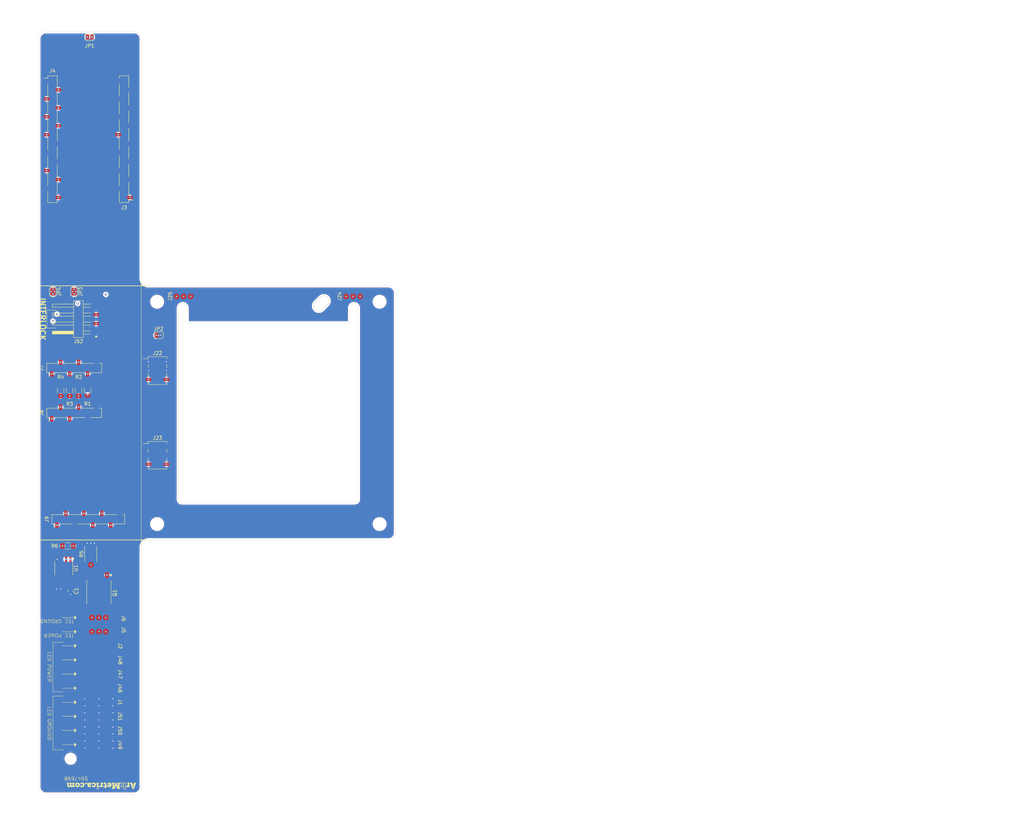
<source format=kicad_pcb>
(kicad_pcb (version 20241229) (generator "pcbnew") (generator_version "9.0")
  (layers (0 "F.Cu" power) (4 "In1.Cu" signal) (6 "In2.Cu" signal) (2 "B.Cu" power) (13 "F.Paste" user) (15 "B.Paste" user) (5 "F.SilkS" user "F.Silkscreen") (7 "B.SilkS" user "B.Silkscreen") (1 "F.Mask" user) (3 "B.Mask" user) (25 "Edge.Cuts" user))
  (net 0 "")
  (net 1 "/VGND")
  (net 2 "/VSS")
  (net 5 "/AREF")
  (net 7 "/DAC")
  (net 17 "/CIPO")
  (net 19 "/SCL3")
  (net 21 "/3V3")
  (net 22 "/VIN")
  (net 23 "/DUINO_GND")
  (net 24 "/COPI")
  (net 25 "/+5V")
  (net 26 "/SDA3")
  (net 27 "/~{RST}")
  (net 29 "/CK")
  (net 30 "/CS")
  (net 31 "/V_PSS")
  (net 32 "/V_PGND")
  (net 33 "/VD")
  (net 34 "/VC")
  (net 35 "/V_CGND")
  (net 37 "/VA")
  (net 38 "/VB")
  (net 39 "Net-(J52-Pin_2)")
  (net 40 "Net-(J8-Pin_3)")
  (net 41 "Net-(J8-Pin_4)")
  (net 48 "Net-(Q1-B)")
  (net 49 "Net-(Q1-E)")
  (net 50 "unconnected-(U1-Pad7)")
  (footprint "custom:TE_2834012-3_1x01_P4.0mm_Horizontal" (layer "F.Cu") (at -123.4 94 -90)
    (property "Reference" "J49" (at 0 -9.4 270) (layer "F.SilkS"))
    (property "Value" "Conn_01x01")
    (pad "1" smd roundrect (at 0 -7.7 270) (size 3.5 2) (layers "F.Cu" "F.Mask" "F.Paste") (net 1 "/VGND"))
    (pad "1" smd roundrect (at 0 -3.4 270) (size 3.5 10.6) (layers "F.Cu") (roundrect_rratio 0.1428571429) (net 1 "/VGND"))
    (pad "1" smd roundrect (at 0 0 270) (size 3.5 3.8) (layers "F.Cu" "F.Mask" "F.Paste") (roundrect_rratio 0.1428571429) (net 1 "/VGND"))
  )
  (footprint "Jumper:SolderJumper-2_P1.3mm_Open_RoundedPad1.0x1.5mm" (layer "F.Cu") (at -122.6 -106.5)
    (property "Reference" "JP1" (at 0 2.5 180) (layer "F.SilkS"))
    (property "Value" "SolderJumper_2_Open")
    (pad "1" smd custom (at -0.65 0) (size 1 0.5) (layers "F.Cu" "F.Mask") (net 21 "/3V3") (options (clearance outline) (anchor rect)) (primitives (gr_circle (center 0 0.25) (end 0.5 0.25) (width 0) (fill yes)) (gr_circle (center 0 -0.25) (end 0.5 -0.25) (width 0) (fill yes)) (gr_poly (pts (xy 0.5 0.75) (xy 0 0.75) (xy 0 -0.75) (xy 0.5 -0.75)) (width 0) (fill yes))))
    (pad "2" smd custom (at 0.65 0) (size 1 0.5) (layers "F.Cu" "F.Mask") (net 5 "/AREF") (options (clearance outline) (anchor rect)) (primitives (gr_circle (center 0 0.25) (end 0.5 0.25) (width 0) (fill yes)) (gr_circle (center 0 -0.25) (end 0.5 -0.25) (width 0) (fill yes)) (gr_poly (pts (xy 0 0.75) (xy -0.5 0.75) (xy -0.5 -0.75) (xy 0 -0.75)) (width 0) (fill yes))))
  )
  (footprint "Package_TO_SOT_SMD:TO-252-2" (layer "F.Cu") (at -120 51 -90)
    (property "Reference" "Q1" (at 0 -4.5 90) (layer "F.SilkS"))
    (property "Value" "Q_NPN_CBE")
    (pad "1" smd roundrect (at -5.04 -2.28 270) (size 2.2 1.2) (layers "F.Cu" "F.Mask" "F.Paste") (roundrect_rratio 0.208333) (net 48 "Net-(Q1-B)"))
    (pad "2" smd roundrect (at 1.26 0 270) (size 6.4 5.8) (layers "F.Cu" "F.Mask") (roundrect_rratio 0.043103) (net 32 "/V_PGND"))
    (pad "3" smd roundrect (at -5.04 2.28 270) (size 2.2 1.2) (layers "F.Cu" "F.Mask" "F.Paste") (roundrect_rratio 0.208333) (net 49 "Net-(Q1-E)"))
  )
  (footprint "Connector_PinHeader_2.54mm:PinHeader_2x03_P2.54mm_Vertical_SMD" (layer "F.Cu") (at -103.4 -12)
    (property "Reference" "J22" (at 0 -4.92 0) (layer "F.SilkS"))
    (property "Value" "Conn_02x03_Odd_Even")
    (pad "1" smd rect (at -2.525 -2.54) (size 3.15 1) (layers "F.Cu" "F.Mask" "F.Paste") (net 1 "/VGND"))
    (pad "2" smd rect (at 2.525 -2.54) (size 3.15 1) (layers "F.Cu" "F.Mask" "F.Paste") (net 1 "/VGND"))
    (pad "3" smd rect (at -2.525 0) (size 3.15 1) (layers "F.Cu" "F.Mask" "F.Paste") (net 1 "/VGND"))
    (pad "4" smd rect (at 2.525 0) (size 3.15 1) (layers "F.Cu" "F.Mask" "F.Paste") (net 1 "/VGND"))
    (pad "5" smd rect (at -2.525 2.54) (size 3.15 1) (layers "F.Cu" "F.Mask" "F.Paste") (net 37 "/VA"))
    (pad "6" smd rect (at 2.525 2.54) (size 3.15 1) (layers "F.Cu" "F.Mask" "F.Paste") (net 38 "/VB"))
  )
  (footprint "custom:MountingHole_3.50mm" (layer "F.Cu") (at -40.5 31.5)
    (property "Reference" "H8" (hide yes))
    (property "Value" "MountingHole" (hide yes))
    (pad "" np_thru_hole circle (at 0 0) (size 3.5 3.5) (drill 3.5) (layers "F&B.Cu" "*.Mask"))
  )
  (footprint "custom:site_small" (layer "F.Cu") (at -119.25 105.75 180)
    (property "Reference" "SYM1" (hide yes))
    (property "Value" "Logo_Open_Hardware_Small" (hide yes))
  )
  (footprint "Connector_PinSocket_2.54mm:PinSocket_1x14_P2.54mm_Vertical_SMD_Pin1Left" (layer "F.Cu") (at -112.87 -77.55 180)
    (property "Reference" "J3" (at 0 -19.38 0) (layer "F.SilkS"))
    (property "Value" "Conn_01x14")
    (pad "1" smd rect (at -1.65 -16.51 180) (size 1.9 1) (layers "F.Cu" "F.Mask" "F.Paste") (net 5 "/AREF"))
    (pad "2" smd rect (at 1.65 -13.97 180) (size 1.9 1) (layers "F.Cu" "F.Mask" "F.Paste"))
    (pad "3" smd rect (at -1.65 -11.43 180) (size 1.9 1) (layers "F.Cu" "F.Mask" "F.Paste"))
    (pad "4" smd rect (at 1.65 -8.89 180) (size 1.9 1) (layers "F.Cu" "F.Mask" "F.Paste"))
    (pad "5" smd rect (at -1.65 -6.35 180) (size 1.9 1) (layers "F.Cu" "F.Mask" "F.Paste"))
    (pad "6" smd rect (at 1.65 -3.81 180) (size 1.9 1) (layers "F.Cu" "F.Mask" "F.Paste"))
    (pad "7" smd rect (at -1.65 -1.27 180) (size 1.9 1) (layers "F.Cu" "F.Mask" "F.Paste"))
    (pad "8" smd rect (at 1.65 1.27 180) (size 1.9 1) (layers "F.Cu" "F.Mask" "F.Paste") (net 7 "/DAC"))
    (pad "9" smd rect (at -1.65 3.81 180) (size 1.9 1) (layers "F.Cu" "F.Mask" "F.Paste"))
    (pad "10" smd rect (at 1.65 6.35 180) (size 1.9 1) (layers "F.Cu" "F.Mask" "F.Paste"))
    (pad "11" smd rect (at -1.65 8.89 180) (size 1.9 1) (layers "F.Cu" "F.Mask" "F.Paste"))
    (pad "12" smd rect (at 1.65 11.43 180) (size 1.9 1) (layers "F.Cu" "F.Mask" "F.Paste"))
    (pad "13" smd rect (at -1.65 13.97 180) (size 1.9 1) (layers "F.Cu" "F.Mask" "F.Paste"))
    (pad "14" smd rect (at 1.65 16.51 180) (size 1.9 1) (layers "F.Cu" "F.Mask" "F.Paste"))
  )
  (footprint "Jumper:SolderJumper-2_P1.3mm_Bridged_RoundedPad1.0x1.5mm" (layer "F.Cu") (at -133 -34.35 -90)
    (property "Reference" "JP4" (at 0 -1.8 90) (layer "F.SilkS"))
    (property "Value" "SolderJumper_2_Bridged")
    (fp_poly (pts (xy 0.25 -0.3) (xy -0.25 -0.3) (xy -0.25 0.3) (xy 0.25 0.3)) (fill yes) (layer "F.Cu"))
    (pad "1" smd custom (at -0.65 0 270) (size 1 0.5) (layers "F.Cu" "F.Mask") (net 26 "/SDA3") (options (clearance outline) (anchor rect)) (primitives (gr_circle (center 0 0.25) (end 0.5 0.25) (width 0) (fill yes)) (gr_circle (center 0 -0.25) (end 0.5 -0.25) (width 0) (fill yes)) (gr_poly (pts (xy 0.5 0.75) (xy 0 0.75) (xy 0 -0.75) (xy 0.5 -0.75)) (width 0) (fill yes))))
    (pad "2" smd custom (at 0.65 0 270) (size 1 0.5) (layers "F.Cu" "F.Mask") (net 41 "Net-(J8-Pin_4)") (options (clearance outline) (anchor rect)) (primitives (gr_circle (center 0 0.25) (end 0.5 0.25) (width 0) (fill yes)) (gr_circle (center 0 -0.25) (end 0.5 -0.25) (width 0) (fill yes)) (gr_poly (pts (xy 0 0.75) (xy -0.5 0.75) (xy -0.5 -0.75) (xy 0 -0.75)) (width 0) (fill yes))))
  )
  (footprint "Connector_PinSocket_2.54mm:PinSocket_1x06_P2.54mm_Vertical_SMD_Pin1Left" (layer "F.Cu") (at -127 -12.7 90)
    (property "Reference" "J7" (at 0 -9.22 90) (layer "F.SilkS"))
    (property "Value" "Conn_01x06")
    (pad "1" smd rect (at -1.65 -6.35 90) (size 1.9 1) (layers "F.Cu" "F.Mask" "F.Paste") (net 35 "/V_CGND"))
    (pad "2" smd rect (at 1.65 -3.81 90) (size 1.9 1) (layers "F.Cu" "F.Mask" "F.Paste") (net 37 "/VA"))
    (pad "3" smd rect (at -1.65 -1.27 90) (size 1.9 1) (layers "F.Cu" "F.Mask" "F.Paste") (net 38 "/VB"))
    (pad "4" smd rect (at 1.65 1.27 90) (size 1.9 1) (layers "F.Cu" "F.Mask" "F.Paste") (net 34 "/VC"))
    (pad "5" smd rect (at -1.65 3.81 90) (size 1.9 1) (layers "F.Cu" "F.Mask" "F.Paste") (net 33 "/VD"))
    (pad "6" smd rect (at 1.65 6.35 90) (size 1.9 1) (layers "F.Cu" "F.Mask" "F.Paste"))
  )
  (footprint "Package_SO:SOIC-8_3.9x4.9mm_P1.27mm" (layer "F.Cu") (at -129.935 43.975 -90)
    (property "Reference" "U1" (at 0 -3.4 90) (layer "F.SilkS"))
    (property "Value" "OPA2994xD")
    (pad "1" smd roundrect (at -2.475 -1.905 270) (size 1.95 0.6) (layers "F.Cu" "F.Mask" "F.Paste") (net 48 "Net-(Q1-B)"))
    (pad "2" smd roundrect (at -2.475 -0.635 270) (size 1.95 0.6) (layers "F.Cu" "F.Mask" "F.Paste") (net 49 "Net-(Q1-E)"))
    (pad "3" smd roundrect (at -2.475 0.635 270) (size 1.95 0.6) (layers "F.Cu" "F.Mask" "F.Paste") (net 7 "/DAC"))
    (pad "4" smd roundrect (at -2.475 1.905 270) (size 1.95 0.6) (layers "F.Cu" "F.Mask" "F.Paste") (net 1 "/VGND"))
    (pad "5" smd roundrect (at 2.475 1.905 270) (size 1.95 0.6) (layers "F.Cu" "F.Mask" "F.Paste") (net 1 "/VGND"))
    (pad "6" smd roundrect (at 2.475 0.635 270) (size 1.95 0.6) (layers "F.Cu" "F.Mask" "F.Paste") (net 1 "/VGND"))
    (pad "7" smd roundrect (at 2.475 -0.635 270) (size 1.95 0.6) (layers "F.Cu" "F.Mask" "F.Paste") (net 50 "unconnected-(U1-Pad7)"))
    (pad "8" smd roundrect (at 2.475 -1.905 270) (size 1.95 0.6) (layers "F.Cu" "F.Mask" "F.Paste") (net 2 "/VSS"))
  )
  (footprint "Connector_PinSocket_2.54mm:PinSocket_1x08_P2.54mm_Vertical_SMD_Pin1Left" (layer "F.Cu") (at -122.98 30.15 90)
    (property "Reference" "J9" (at 0 -11.76 90) (layer "F.SilkS"))
    (property "Value" "Conn_01x08")
    (pad "1" smd rect (at -1.65 -8.89 90) (size 1.9 1) (layers "F.Cu" "F.Mask" "F.Paste") (net 25 "/+5V"))
    (pad "2" smd rect (at 1.65 -6.35 90) (size 1.9 1) (layers "F.Cu" "F.Mask" "F.Paste") (net 23 "/DUINO_GND"))
    (pad "3" smd rect (at -1.65 -3.81 90) (size 1.9 1) (layers "F.Cu" "F.Mask" "F.Paste"))
    (pad "4" smd rect (at 1.65 -1.27 90) (size 1.9 1) (layers "F.Cu" "F.Mask" "F.Paste") (net 29 "/CK"))
    (pad "5" smd rect (at -1.65 1.27 90) (size 1.9 1) (layers "F.Cu" "F.Mask" "F.Paste") (net 17 "/CIPO"))
    (pad "6" smd rect (at 1.65 3.81 90) (size 1.9 1) (layers "F.Cu" "F.Mask" "F.Paste") (net 24 "/COPI"))
    (pad "7" smd rect (at -1.65 6.35 90) (size 1.9 1) (layers "F.Cu" "F.Mask" "F.Paste") (net 30 "/CS"))
    (pad "8" smd rect (at 1.65 8.89 90) (size 1.9 1) (layers "F.Cu" "F.Mask" "F.Paste"))
  )
  (footprint "custom:TE_2834012-3_1x01_P4.0mm_Horizontal" (layer "F.Cu") (at -123.4 58 -90)
    (property "Reference" "J6" (at 0.25 -10.4 270) (layer "F.SilkS"))
    (property "Value" "Conn_01x01")
    (pad "1" smd roundrect (at 0 -7.7 270) (size 3.5 2) (layers "F.Cu" "F.Mask" "F.Paste") (net 32 "/V_PGND"))
    (pad "1" smd roundrect (at 0 -3.4 270) (size 3.5 10.6) (layers "F.Cu") (roundrect_rratio 0.1428571429) (net 32 "/V_PGND"))
    (pad "1" smd roundrect (at 0 0 270) (size 3.5 3.8) (layers "F.Cu" "F.Mask" "F.Paste") (roundrect_rratio 0.1428571429) (net 32 "/V_PGND"))
  )
  (footprint "Capacitor_SMD:C_0805_2012Metric_Pad1.18x1.45mm_HandSolder" (layer "F.Cu") (at -128.03 50.45 -90)
    (property "Reference" "C1" (at 0 -1.68 90) (layer "F.SilkS"))
    (property "Value" "C")
    (pad "1" smd roundrect (at -1.0375 0 270) (size 1.175 1.45) (layers "F.Cu" "F.Mask" "F.Paste") (roundrect_rratio 0.212766) (net 2 "/VSS"))
    (pad "2" smd roundrect (at 1.0375 0 270) (size 1.175 1.45) (layers "F.Cu" "F.Mask" "F.Paste") (roundrect_rratio 0.212766) (net 1 "/VGND"))
  )
  (footprint "custom:MountingHole_3.50mm" (layer "F.Cu") (at -40.5 -31.5)
    (property "Reference" "H5" (hide yes))
    (property "Value" "MountingHole" (hide yes))
    (pad "" np_thru_hole circle (at 0 0) (size 3.5 3.5) (drill 3.5) (layers "F&B.Cu" "*.Mask"))
  )
  (footprint "custom:TE_2834012-3_1x01_P4.0mm_Horizontal" (layer "F.Cu") (at -123.4 86 -90)
    (property "Reference" "J51" (at 0 -9.4 270) (layer "F.SilkS"))
    (property "Value" "Conn_01x01")
    (pad "1" smd roundrect (at 0 -7.7 270) (size 3.5 2) (layers "F.Cu" "F.Mask" "F.Paste") (net 1 "/VGND"))
    (pad "1" smd roundrect (at 0 -3.4 270) (size 3.5 10.6) (layers "F.Cu") (roundrect_rratio 0.1428571429) (net 1 "/VGND"))
    (pad "1" smd roundrect (at 0 0 270) (size 3.5 3.8) (layers "F.Cu" "F.Mask" "F.Paste") (roundrect_rratio 0.1428571429) (net 1 "/VGND"))
  )
  (footprint "Connector_Wire:SolderWirePad_1x01_SMD_3x6mm" (layer "F.Cu") (at -96 -33 90)
    (property "Reference" "J25" (at 0 -3.8 90) (layer "F.SilkS"))
    (property "Value" "Conn_01x01")
    (pad "1" smd roundrect (at 0 0 90) (size 3 6) (layers "F.Cu" "F.Mask") (net 31 "/V_PSS"))
  )
  (footprint "Jumper:SolderJumper-2_P1.3mm_Bridged_RoundedPad1.0x1.5mm" (layer "F.Cu") (at -127 -34.35 -90)
    (property "Reference" "JP3" (at 0 -1.8 90) (layer "F.SilkS"))
    (property "Value" "SolderJumper_2_Bridged")
    (fp_poly (pts (xy 0.25 -0.3) (xy -0.25 -0.3) (xy -0.25 0.3) (xy 0.25 0.3)) (fill yes) (layer "F.Cu"))
    (pad "1" smd custom (at -0.65 0 270) (size 1 0.5) (layers "F.Cu" "F.Mask") (net 19 "/SCL3") (options (clearance outline) (anchor rect)) (primitives (gr_circle (center 0 0.25) (end 0.5 0.25) (width 0) (fill yes)) (gr_circle (center 0 -0.25) (end 0.5 -0.25) (width 0) (fill yes)) (gr_poly (pts (xy 0.5 0.75) (xy 0 0.75) (xy 0 -0.75) (xy 0.5 -0.75)) (width 0) (fill yes))))
    (pad "2" smd custom (at 0.65 0 270) (size 1 0.5) (layers "F.Cu" "F.Mask") (net 40 "Net-(J8-Pin_3)") (options (clearance outline) (anchor rect)) (primitives (gr_circle (center 0 0.25) (end 0.5 0.25) (width 0) (fill yes)) (gr_circle (center 0 -0.25) (end 0.5 -0.25) (width 0) (fill yes)) (gr_poly (pts (xy 0 0.75) (xy -0.5 0.75) (xy -0.5 -0.75) (xy 0 -0.75)) (width 0) (fill yes))))
  )
  (footprint "custom:TE_2834012-3_1x01_P4.0mm_Horizontal" (layer "F.Cu") (at -123.4 74 -90)
    (property "Reference" "J47" (at 0 -9.4 270) (layer "F.SilkS"))
    (property "Value" "Conn_01x01")
    (pad "1" smd roundrect (at 0 -7.7 270) (size 3.5 2) (layers "F.Cu" "F.Mask" "F.Paste") (net 2 "/VSS"))
    (pad "1" smd roundrect (at 0 -3.4 270) (size 3.5 10.6) (layers "F.Cu") (roundrect_rratio 0.1428571429) (net 2 "/VSS"))
    (pad "1" smd roundrect (at 0 0 270) (size 3.5 3.8) (layers "F.Cu" "F.Mask" "F.Paste") (roundrect_rratio 0.1428571429) (net 2 "/VSS"))
  )
  (footprint "Connector_Wire:SolderWirePad_1x01_SMD_3x6mm" (layer "F.Cu") (at -48 -33 90)
    (property "Reference" "J24" (at 0 -3.8 90) (layer "F.SilkS"))
    (property "Value" "Conn_01x01")
    (pad "1" smd roundrect (at 0 0 90) (size 3 6) (layers "F.Cu" "F.Mask") (net 32 "/V_PGND"))
  )
  (footprint "Connector_PinSocket_2.54mm:PinSocket_1x14_P2.54mm_Vertical_SMD_Pin1Left" (layer "F.Cu") (at -133.13 -77.55)
    (property "Reference" "J4" (at 0 -19.38 0) (layer "F.SilkS"))
    (property "Value" "Conn_01x14")
    (pad "1" smd rect (at -1.65 -16.51) (size 1.9 1) (layers "F.Cu" "F.Mask" "F.Paste"))
    (pad "2" smd rect (at 1.65 -13.97) (size 1.9 1) (layers "F.Cu" "F.Mask" "F.Paste") (net 30 "/CS"))
    (pad "3" smd rect (at -1.65 -11.43) (size 1.9 1) (layers "F.Cu" "F.Mask" "F.Paste") (net 24 "/COPI"))
    (pad "4" smd rect (at 1.65 -8.89) (size 1.9 1) (layers "F.Cu" "F.Mask" "F.Paste") (net 29 "/CK"))
    (pad "5" smd rect (at -1.65 -6.35) (size 1.9 1) (layers "F.Cu" "F.Mask" "F.Paste") (net 17 "/CIPO"))
    (pad "6" smd rect (at 1.65 -3.81) (size 1.9 1) (layers "F.Cu" "F.Mask" "F.Paste") (net 26 "/SDA3"))
    (pad "7" smd rect (at -1.65 -1.27) (size 1.9 1) (layers "F.Cu" "F.Mask" "F.Paste") (net 19 "/SCL3"))
    (pad "8" smd rect (at 1.65 1.27) (size 1.9 1) (layers "F.Cu" "F.Mask" "F.Paste"))
    (pad "9" smd rect (at -1.65 3.81) (size 1.9 1) (layers "F.Cu" "F.Mask" "F.Paste"))
    (pad "10" smd rect (at 1.65 6.35) (size 1.9 1) (layers "F.Cu" "F.Mask" "F.Paste") (net 27 "/~{RST}"))
    (pad "11" smd rect (at -1.65 8.89) (size 1.9 1) (layers "F.Cu" "F.Mask" "F.Paste") (net 23 "/DUINO_GND"))
    (pad "12" smd rect (at 1.65 11.43) (size 1.9 1) (layers "F.Cu" "F.Mask" "F.Paste") (net 21 "/3V3"))
    (pad "13" smd rect (at -1.65 13.97) (size 1.9 1) (layers "F.Cu" "F.Mask" "F.Paste") (net 22 "/VIN"))
    (pad "14" smd rect (at 1.65 16.51) (size 1.9 1) (layers "F.Cu" "F.Mask" "F.Paste") (net 25 "/+5V"))
  )
  (footprint "custom:TE_2834012-3_1x01_P4.0mm_Horizontal" (layer "F.Cu") (at -123.4 66 -90)
    (property "Reference" "J2" (at 0 -9.4 270) (layer "F.SilkS"))
    (property "Value" "Conn_01x01")
    (pad "1" smd roundrect (at 0 -7.7 270) (size 3.5 2) (layers "F.Cu" "F.Mask" "F.Paste") (net 2 "/VSS"))
    (pad "1" smd roundrect (at 0 -3.4 270) (size 3.5 10.6) (layers "F.Cu") (roundrect_rratio 0.1428571429) (net 2 "/VSS"))
    (pad "1" smd roundrect (at 0 0 270) (size 3.5 3.8) (layers "F.Cu" "F.Mask" "F.Paste") (roundrect_rratio 0.1428571429) (net 2 "/VSS"))
  )
  (footprint "Jumper:SolderJumper-2_P1.3mm_Bridged2Bar_RoundedPad1.0x1.5mm" (layer "F.Cu") (at -103.1 -22)
    (property "Reference" "JP2" (at 0 -1.8 0) (layer "F.SilkS"))
    (property "Value" "SolderJumper_2_Bridged")
    (fp_poly (pts (xy -0.25 -0.6) (xy 0.25 -0.6) (xy 0.25 -0.2) (xy -0.25 -0.2)) (fill yes) (layer "F.Cu"))
    (fp_poly (pts (xy -0.25 0.2) (xy 0.25 0.2) (xy 0.25 0.6) (xy -0.25 0.6)) (fill yes) (layer "F.Cu"))
    (pad "1" smd custom (at -0.65 0) (size 1 0.5) (layers "F.Cu" "F.Mask") (net 35 "/V_CGND") (options (clearance outline) (anchor rect)) (primitives (gr_circle (center 0 0.25) (end 0.5 0.25) (width 0) (fill yes)) (gr_circle (center 0 -0.25) (end 0.5 -0.25) (width 0) (fill yes)) (gr_poly (pts (xy 0.5 0.75) (xy 0 0.75) (xy 0 -0.75) (xy 0.5 -0.75)) (width 0) (fill yes))))
    (pad "2" smd custom (at 0.65 0) (size 1 0.5) (layers "F.Cu" "F.Mask") (net 1 "/VGND") (options (clearance outline) (anchor rect)) (primitives (gr_circle (center 0 0.25) (end 0.5 0.25) (width 0) (fill yes)) (gr_circle (center 0 -0.25) (end 0.5 -0.25) (width 0) (fill yes)) (gr_poly (pts (xy 0 0.75) (xy -0.5 0.75) (xy -0.5 -0.75) (xy 0 -0.75)) (width 0) (fill yes))))
  )
  (footprint "custom:TE_2834012-3_1x01_P4.0mm_Horizontal" (layer "F.Cu") (at -123.4 90 -90)
    (property "Reference" "J50" (at 0 -9.4 270) (layer "F.SilkS"))
    (property "Value" "Conn_01x01")
    (pad "1" smd roundrect (at 0 -7.7 270) (size 3.5 2) (layers "F.Cu" "F.Mask" "F.Paste") (net 1 "/VGND"))
    (pad "1" smd roundrect (at 0 -3.4 270) (size 3.5 10.6) (layers "F.Cu") (roundrect_rratio 0.1428571429) (net 1 "/VGND"))
    (pad "1" smd roundrect (at 0 0 270) (size 3.5 3.8) (layers "F.Cu" "F.Mask" "F.Paste") (roundrect_rratio 0.1428571429) (net 1 "/VGND"))
  )
  (footprint "custom:MountingHole_3.50mm" (layer "F.Cu") (at -103.5 31.5)
    (property "Reference" "H6" (hide yes))
    (property "Value" "MountingHole" (hide yes))
    (pad "" np_thru_hole circle (at 0 0) (size 3.5 3.5) (drill 3.5) (layers "F&B.Cu" "*.Mask"))
  )
  (footprint "Connector_PinSocket_2.54mm:PinSocket_1x06_P2.54mm_Vertical_SMD_Pin1Left" (layer "F.Cu") (at -127 0 90)
    (property "Reference" "J8" (at 0 -9.22 90) (layer "F.SilkS"))
    (property "Value" "Conn_01x06")
    (pad "1" smd rect (at -1.65 -6.35 90) (size 1.9 1) (layers "F.Cu" "F.Mask" "F.Paste") (net 39 "Net-(J52-Pin_2)"))
    (pad "2" smd rect (at 1.65 -3.81 90) (size 1.9 1) (layers "F.Cu" "F.Mask" "F.Paste") (net 23 "/DUINO_GND"))
    (pad "3" smd rect (at -1.65 -1.27 90) (size 1.9 1) (layers "F.Cu" "F.Mask" "F.Paste") (net 40 "Net-(J8-Pin_3)"))
    (pad "4" smd rect (at 1.65 1.27 90) (size 1.9 1) (layers "F.Cu" "F.Mask" "F.Paste") (net 41 "Net-(J8-Pin_4)"))
    (pad "5" smd rect (at -1.65 3.81 90) (size 1.9 1) (layers "F.Cu" "F.Mask" "F.Paste"))
    (pad "6" smd rect (at 1.65 6.35 90) (size 1.9 1) (layers "F.Cu" "F.Mask" "F.Paste"))
  )
  (footprint "custom:MountingHole_3.50mm" (layer "F.Cu") (at -103.5 -31.5)
    (property "Reference" "H7" (hide yes))
    (property "Value" "MountingHole" (hide yes))
    (pad "" np_thru_hole circle (at 0 0) (size 3.5 3.5) (drill 3.5) (layers "F&B.Cu" "*.Mask"))
  )
  (footprint "custom:TE_2834012-3_1x01_P4.0mm_Horizontal" (layer "F.Cu") (at -123.4 62 -90)
    (property "Reference" "J5" (at -0.5 -10.4 270) (layer "F.SilkS"))
    (property "Value" "Conn_01x01")
    (pad "1" smd roundrect (at 0 -7.7 270) (size 3.5 2) (layers "F.Cu" "F.Mask" "F.Paste") (net 31 "/V_PSS"))
    (pad "1" smd roundrect (at 0 -3.4 270) (size 3.5 10.6) (layers "F.Cu") (roundrect_rratio 0.1428571429) (net 31 "/V_PSS"))
    (pad "1" smd roundrect (at 0 0 270) (size 3.5 3.8) (layers "F.Cu" "F.Mask" "F.Paste") (roundrect_rratio 0.1428571429) (net 31 "/V_PSS"))
  )
  (footprint "Connector_PinHeader_2.54mm:PinHeader_2x03_P2.54mm_Vertical_SMD" (layer "F.Cu") (at -103.4 12)
    (property "Reference" "J23" (at 0 -4.92 0) (layer "F.SilkS"))
    (property "Value" "Conn_02x03_Odd_Even")
    (pad "1" smd rect (at -2.525 -2.54) (size 3.15 1) (layers "F.Cu" "F.Mask" "F.Paste") (net 2 "/VSS"))
    (pad "2" smd rect (at 2.525 -2.54) (size 3.15 1) (layers "F.Cu" "F.Mask" "F.Paste") (net 2 "/VSS"))
    (pad "3" smd rect (at -2.525 0) (size 3.15 1) (layers "F.Cu" "F.Mask" "F.Paste") (net 2 "/VSS"))
    (pad "4" smd rect (at 2.525 0) (size 3.15 1) (layers "F.Cu" "F.Mask" "F.Paste") (net 2 "/VSS"))
    (pad "5" smd rect (at -2.525 2.54) (size 3.15 1) (layers "F.Cu" "F.Mask" "F.Paste") (net 34 "/VC"))
    (pad "6" smd rect (at 2.525 2.54) (size 3.15 1) (layers "F.Cu" "F.Mask" "F.Paste") (net 33 "/VD"))
  )
  (footprint "custom:TE_2834012-3_1x01_P4.0mm_Horizontal" (layer "F.Cu") (at -123.4 70 -90)
    (property "Reference" "J48" (at 0 -9.4 270) (layer "F.SilkS"))
    (property "Value" "Conn_01x01")
    (pad "1" smd roundrect (at 0 -7.7 270) (size 3.5 2) (layers "F.Cu" "F.Mask" "F.Paste") (net 2 "/VSS"))
    (pad "1" smd roundrect (at 0 -3.4 270) (size 3.5 10.6) (layers "F.Cu") (roundrect_rratio 0.1428571429) (net 2 "/VSS"))
    (pad "1" smd roundrect (at 0 0 270) (size 3.5 3.8) (layers "F.Cu" "F.Mask" "F.Paste") (roundrect_rratio 0.1428571429) (net 2 "/VSS"))
  )
  (footprint "Resistor_SMD:R_1206_3216Metric_Pad1.30x1.75mm_HandSolder" (layer "F.Cu") (at -128.27 -6.35 -90)
    (property "Reference" "R3" (at 3.81 0 180) (layer "F.SilkS"))
    (property "Value" "4k7")
    (pad "1" smd roundrect (at -1.55 0 270) (size 1.3 1.75) (layers "F.Cu" "F.Mask" "F.Paste") (roundrect_rratio 0.192308) (net 35 "/V_CGND"))
    (pad "2" smd roundrect (at 1.55 0 270) (size 1.3 1.75) (layers "F.Cu" "F.Mask" "F.Paste") (roundrect_rratio 0.192308) (net 38 "/VB"))
  )
  (footprint "custom:TE_2834012-3_1x01_P4.0mm_Horizontal" (layer "F.Cu") (at -123.4 78 -90)
    (property "Reference" "J46" (at 0 -9.4 270) (layer "F.SilkS"))
    (property "Value" "Conn_01x01")
    (pad "1" smd roundrect (at 0 -7.7 270) (size 3.5 2) (layers "F.Cu" "F.Mask" "F.Paste") (net 2 "/VSS"))
    (pad "1" smd roundrect (at 0 -3.4 270) (size 3.5 10.6) (layers "F.Cu") (roundrect_rratio 0.1428571429) (net 2 "/VSS"))
    (pad "1" smd roundrect (at 0 0 270) (size 3.5 3.8) (layers "F.Cu" "F.Mask" "F.Paste") (roundrect_rratio 0.1428571429) (net 2 "/VSS"))
  )
  (footprint "Resistor_SMD:R_1206_3216Metric_Pad1.30x1.75mm_HandSolder" (layer "F.Cu") (at -130.81 -6.35 -90)
    (property "Reference" "R4" (at -3.81 0 180) (layer "F.SilkS"))
    (property "Value" "4k7")
    (pad "1" smd roundrect (at -1.55 0 270) (size 1.3 1.75) (layers "F.Cu" "F.Mask" "F.Paste") (roundrect_rratio 0.192308) (net 35 "/V_CGND"))
    (pad "2" smd roundrect (at 1.55 0 270) (size 1.3 1.75) (layers "F.Cu" "F.Mask" "F.Paste") (roundrect_rratio 0.192308) (net 37 "/VA"))
  )
  (footprint "Connector_Harwin:Harwin_M20-89004xx_1x04_P2.54mm_Horizontal" (layer "F.Cu") (at -126.28 -26.57 180)
    (property "Reference" "J52" (at -0.48 -6.28 0) (layer "F.SilkS"))
    (property "Value" "Conn_01x04")
    (pad "1" smd roundrect (at -5.525 -3.81 180) (size 2.5 1) (layers "F.Cu" "F.Mask" "F.Paste"))
    (pad "2" smd roundrect (at -5.525 -1.27 180) (size 2.5 1) (layers "F.Cu" "F.Mask" "F.Paste") (net 39 "Net-(J52-Pin_2)"))
    (pad "3" smd roundrect (at -5.525 1.27 180) (size 2.5 1) (layers "F.Cu" "F.Mask" "F.Paste") (net 25 "/+5V"))
    (pad "4" smd roundrect (at -5.525 3.81 180) (size 2.5 1) (layers "F.Cu" "F.Mask" "F.Paste"))
  )
  (footprint "Resistor_SMD:R_2512_6332Metric_Pad1.40x3.35mm_HandSolder" (layer "F.Cu") (at -122.28 40 90)
    (property "Reference" "R5" (at 0 -2.63 90) (layer "F.SilkS"))
    (property "Value" "1R")
    (pad "1" smd roundrect (at -3.05 0 90) (size 1.4 3.35) (layers "F.Cu" "F.Mask" "F.Paste") (roundrect_rratio 0.178571) (net 49 "Net-(Q1-E)"))
    (pad "2" smd roundrect (at 3.05 0 90) (size 1.4 3.35) (layers "F.Cu" "F.Mask" "F.Paste") (roundrect_rratio 0.178571) (net 1 "/VGND"))
  )
  (footprint "custom:MountingHole_3.0mm" (layer "F.Cu") (at -128 98)
    (property "Reference" "H37" (hide yes))
    (property "Value" "MountingHole" (hide yes))
    (pad "" np_thru_hole circle (at 0 0) (size 3 3) (drill 3) (layers "F&B.Cu" "*.Mask"))
  )
  (footprint "Resistor_SMD:R_1206_3216Metric_Pad1.30x1.75mm_HandSolder" (layer "F.Cu") (at -128.78 37.7)
    (property "Reference" "R6" (at -3.75 0 0) (layer "F.SilkS"))
    (property "Value" "4k7")
    (pad "1" smd roundrect (at -1.55 0) (size 1.3 1.75) (layers "F.Cu" "F.Mask" "F.Paste") (roundrect_rratio 0.192308) (net 7 "/DAC"))
    (pad "2" smd roundrect (at 1.55 0) (size 1.3 1.75) (layers "F.Cu" "F.Mask" "F.Paste") (roundrect_rratio 0.192308) (net 23 "/DUINO_GND"))
  )
  (footprint "custom:TE_2834012-3_1x01_P4.0mm_Horizontal" (layer "F.Cu") (at -123.4 82 -90)
    (property "Reference" "J1" (at 0 -9.4 270) (layer "F.SilkS"))
    (property "Value" "Conn_01x01")
    (pad "1" smd roundrect (at 0 -7.7 270) (size 3.5 2) (layers "F.Cu" "F.Mask" "F.Paste") (net 1 "/VGND"))
    (pad "1" smd roundrect (at 0 -3.4 270) (size 3.5 10.6) (layers "F.Cu") (roundrect_rratio 0.1428571429) (net 1 "/VGND"))
    (pad "1" smd roundrect (at 0 0 270) (size 3.5 3.8) (layers "F.Cu" "F.Mask" "F.Paste") (roundrect_rratio 0.1428571429) (net 1 "/VGND"))
  )
  (footprint "Resistor_SMD:R_1206_3216Metric_Pad1.30x1.75mm_HandSolder" (layer "F.Cu") (at -125.73 -6.35 -90)
    (property "Reference" "R2" (at -3.81 0 180) (layer "F.SilkS"))
    (property "Value" "4k7")
    (pad "1" smd roundrect (at -1.55 0 270) (size 1.3 1.75) (layers "F.Cu" "F.Mask" "F.Paste") (roundrect_rratio 0.192308) (net 35 "/V_CGND"))
    (pad "2" smd roundrect (at 1.55 0 270) (size 1.3 1.75) (layers "F.Cu" "F.Mask" "F.Paste") (roundrect_rratio 0.192308) (net 34 "/VC"))
  )
  (footprint "Resistor_SMD:R_1206_3216Metric_Pad1.30x1.75mm_HandSolder" (layer "F.Cu") (at -123.19 -6.35 -90)
    (property "Reference" "R1" (at 3.81 0 180) (layer "F.SilkS"))
    (property "Value" "4k7")
    (pad "1" smd roundrect (at -1.55 0 270) (size 1.3 1.75) (layers "F.Cu" "F.Mask" "F.Paste") (roundrect_rratio 0.192308) (net 35 "/V_CGND"))
    (pad "2" smd roundrect (at 1.55 0 270) (size 1.3 1.75) (layers "F.Cu" "F.Mask" "F.Paste") (roundrect_rratio 0.192308) (net 33 "/VD"))
  )
  (gr_line (start -133 79) (end -133 65) (stroke (width 0.1)) (layer "F.SilkS"))
  (gr_line (start -108 37.999999) (end -108 -38) (stroke (width 0.1)) (layer "F.SilkS"))
  (gr_line (start -130 65) (end -133 65) (stroke (width 0.1)) (layer "F.SilkS"))
  (gr_line (start -130 80.25) (end -133 80.25) (stroke (width 0.1)) (layer "F.SilkS"))
  (gr_line (start -106 36) (end -137 36) (stroke (width 0.2)) (layer "F.SilkS"))
  (gr_line (start -134.72 -24.02) (end -134.72 -29.1) (stroke (width 0.1)) (layer "F.SilkS"))
  (gr_line (start -133 80.25) (end -133 95.5) (stroke (width 0.1)) (layer "F.SilkS"))
  (gr_line (start -134.72 -29.1) (end -132.18 -29.1) (stroke (width 0.1)) (layer "F.SilkS"))
  (gr_line (start -130 79) (end -133 79) (stroke (width 0.1)) (layer "F.SilkS"))
  (gr_line (start -106 -36) (end -137 -36) (stroke (width 0.2)) (layer "F.SilkS"))
  (gr_line (start -132.18 -24.02) (end -134.72 -24.02) (stroke (width 0.1)) (layer "F.SilkS"))
  (gr_line (start -133 95.5) (end -130 95.5) (stroke (width 0.1)) (layer "F.SilkS"))
  (gr_arc (start -97.5 -29.692413) (mid -96.25 -30.942413) (end -95 -29.692413) (stroke (width 0.05)) (layer "Edge.Cuts"))
  (gr_line (start -137 -106) (end -137 106) (stroke (width 0.05)) (layer "Edge.Cuts"))
  (gr_line (start -38 35.999999) (end -106 36) (stroke (width 0.05)) (layer "Edge.Cuts"))
  (gr_arc (start -49 -29.692413) (mid -47.75 -30.942413) (end -46.5 -29.692413) (stroke (width 0.05)) (layer "Edge.Cuts"))
  (gr_arc (start -36 34) (mid -36.585786 35.414214) (end -38 36) (stroke (width 0.05)) (layer "Edge.Cuts"))
  (gr_arc (start -57.353553 -32.767767) (mid -55.232233 -32.767767) (end -55.232233 -30.646447) (stroke (width 0.1)) (layer "Edge.Cuts"))
  (gr_arc (start -96.5 25.5) (mid -97.207107 25.207107) (end -97.5 24.5) (stroke (width 0.05)) (layer "Edge.Cuts"))
  (gr_line (start -57.353553 -32.767767) (end -58.767767 -31.353553) (stroke (width 0.1)) (layer "Edge.Cuts"))
  (gr_arc (start -110 -108) (mid -108.585786 -107.414214) (end -108 -106) (stroke (width 0.05)) (layer "Edge.Cuts"))
  (gr_line (start -36 34) (end -36 -34) (stroke (width 0.05)) (layer "Edge.Cuts"))
  (gr_line (start -97.5 -29.692413) (end -97.5 24.5) (stroke (width 0.05)) (layer "Edge.Cuts"))
  (gr_line (start -46.5 24.5) (end -46.5 -29.692413) (stroke (width 0.05)) (layer "Edge.Cuts"))
  (gr_line (start -135 108) (end -110 108) (stroke (width 0.05)) (layer "Edge.Cuts"))
  (gr_arc (start -108 38) (mid -107.414214 36.585786) (end -106 36) (stroke (width 0.05)) (layer "Edge.Cuts"))
  (gr_arc (start -56.646447 -29.232233) (mid -58.767767 -29.232233) (end -58.767767 -31.353553) (stroke (width 0.1)) (layer "Edge.Cuts"))
  (gr_arc (start -108 106) (mid -108.585786 107.414214) (end -110 108) (stroke (width 0.05)) (layer "Edge.Cuts"))
  (gr_line (start -49 -25.5) (end -95 -25.5) (stroke (width 0.05)) (layer "Edge.Cuts"))
  (gr_line (start -96.5 25.5) (end -47.5 25.5) (stroke (width 0.05)) (layer "Edge.Cuts"))
  (gr_line (start -95 -25.5) (end -95 -29.692413) (stroke (width 0.05)) (layer "Edge.Cuts"))
  (gr_line (start -56.646447 -29.232233) (end -55.232233 -30.646447) (stroke (width 0.1)) (layer "Edge.Cuts"))
  (gr_line (start -49 -29.692413) (end -49 -25.5) (stroke (width 0.05)) (layer "Edge.Cuts"))
  (gr_line (start -38 -36) (end -106 -36) (stroke (width 0.05)) (layer "Edge.Cuts"))
  (gr_arc (start -106 -36) (mid -107.414214 -36.585786) (end -108 -38) (stroke (width 0.05)) (layer "Edge.Cuts"))
  (gr_line (start -108 38) (end -108 106) (stroke (width 0.05)) (layer "Edge.Cuts"))
  (gr_arc (start -38 -36) (mid -36.585786 -35.414214) (end -36 -34) (stroke (width 0.05)) (layer "Edge.Cuts"))
  (gr_line (start -108 -38) (end -108 -106) (stroke (width 0.05)) (layer "Edge.Cuts"))
  (gr_arc (start -135 108) (mid -136.414214 107.414214) (end -137 106) (stroke (width 0.05)) (layer "Edge.Cuts"))
  (gr_line (start -110 -108) (end -135 -108) (stroke (width 0.05)) (layer "Edge.Cuts"))
  (gr_arc (start -137 -106) (mid -136.414214 -107.414214) (end -135 -108) (stroke (width 0.05)) (layer "Edge.Cuts"))
  (gr_arc (start -46.5 24.5) (mid -46.792893 25.207107) (end -47.5 25.5) (stroke (width 0.05)) (layer "Edge.Cuts"))
  (gr_text "LED POWER" (at -134 72 270) (layer "F.SilkS") (effects (font (size 1 1) (thickness 0.1))))
  (gr_text "LED GROUND" (at -134 88 270) (layer "F.SilkS") (effects (font (size 1 1) (thickness 0.1))))
  (gr_text "TEC POWER" (at -127 63 180) (layer "F.SilkS") (effects (font (size 1 1) (thickness 0.1)) (justify left)))
  (gr_text "5547698" (at -123.04753 103 180) (layer "F.SilkS") (effects (font (size 1 1) (thickness 0.1)) (justify left bottom)))
  (gr_text "TEC GROUND" (at -127 59 180) (layer "F.SilkS") (effects (font (size 1 1) (thickness 0.1)) (justify left)))
  (gr_text "INTERLOCK" (at -135.925 -26.57 270) (layer "F.SilkS") (effects (font (size 1.5 1.5) (thickness 0.3) (bold yes))))
  (segment (start -131.84 49.76) (end -132.03 49.95) (width 0.5) (layer "F.Cu") (net 1))
  (segment (start -130.57 49.74) (end -130.78 49.95) (width 0.5) (layer "F.Cu") (net 1))
  (segment (start -131.84 46.45) (end -131.84 49.76) (width 0.5) (layer "F.Cu") (net 1))
  (segment (start -130.57 46.45) (end -130.57 49.74) (width 0.5) (layer "F.Cu") (net 1))
  (via (at -120 87) (size 0.6) (drill 0.3) (layers "F.Cu" "B.Cu") (net 1))
  (via (at -116 91) (size 0.6) (drill 0.3) (layers "F.Cu" "B.Cu") (net 1))
  (via (at -120 85) (size 0.6) (drill 0.3) (layers "F.Cu" "B.Cu") (net 1))
  (via (at -116 93) (size 0.6) (drill 0.3) (layers "F.Cu" "B.Cu") (net 1))
  (via (at -124 91) (size 0.6) (drill 0.3) (layers "F.Cu" "B.Cu") (net 1))
  (via (at -120 83) (size 0.6) (drill 0.3) (layers "F.Cu" "B.Cu") (net 1))
  (via (at -105.925 -14.54) (size 0.6) (drill 0.3) (layers "F.Cu" "B.Cu") (net 1))
  (via (at -100.875 -12) (size 0.6) (drill 0.3) (layers "F.Cu" "B.Cu") (net 1))
  (via (at -120 91) (size 0.6) (drill 0.3) (layers "F.Cu" "B.Cu") (net 1))
  (via (at -124 89) (size 0.6) (drill 0.3) (layers "F.Cu" "B.Cu") (net 1))
  (via (at -132.03 49.95) (size 0.6) (drill 0.3) (layers "F.Cu" "B.Cu") (net 1))
  (via (at -120 81) (size 0.6) (drill 0.3) (layers "F.Cu" "B.Cu") (net 1))
  (via (at -116 85) (size 0.6) (drill 0.3) (layers "F.Cu" "B.Cu") (net 1))
  (via (at -124 81) (size 0.6) (drill 0.3) (layers "F.Cu" "B.Cu") (net 1))
  (via (at -116 87) (size 0.6) (drill 0.3) (layers "F.Cu" "B.Cu") (net 1))
  (via (at -120 89) (size 0.6) (drill 0.3) (layers "F.Cu" "B.Cu") (net 1))
  (via (at -124 85) (size 0.6) (drill 0.3) (layers "F.Cu" "B.Cu") (net 1))
  (via (at -128.03 51.4875) (size 0.6) (drill 0.3) (layers "F.Cu" "B.Cu") (net 1))
  (via (at -124 83) (size 0.6) (drill 0.3) (layers "F.Cu" "B.Cu") (net 1))
  (via (at -100.875 -14.54) (size 0.6) (drill 0.3) (layers "F.Cu" "B.Cu") (net 1))
  (via (at -116 89) (size 0.6) (drill 0.3) (layers "F.Cu" "B.Cu") (net 1))
  (via (at -124 93) (size 0.6) (drill 0.3) (layers "F.Cu" "B.Cu") (net 1))
  (via (at -120 93) (size 0.6) (drill 0.3) (layers "F.Cu" "B.Cu") (net 1))
  (via (at -116 83) (size 0.6) (drill 0.3) (layers "F.Cu" "B.Cu") (net 1))
  (via (at -130.78 49.95) (size 0.6) (drill 0.3) (layers "F.Cu" "B.Cu") (net 1))
  (via (at -124 87) (size 0.6) (drill 0.3) (layers "F.Cu" "B.Cu") (net 1))
  (via (at -131.84 41.5) (size 0.6) (drill 0.3) (layers "F.Cu" "B.Cu") (net 1))
  (via (at -122.28 36.95) (size 0.6) (drill 0.3) (layers "F.Cu" "B.Cu") (net 1))
  (via (at -102.45 -22) (size 0.6) (drill 0.3) (layers "F.Cu" "B.Cu") (net 1))
  (via (at -116 81) (size 0.6) (drill 0.3) (layers "F.Cu" "B.Cu") (net 1))
  (via (at -121.28 36.95) (size 0.6) (drill 0.3) (layers "F.Cu" "B.Cu") (net 1))
  (via (at -116 95) (size 0.6) (drill 0.3) (layers "F.Cu" "B.Cu") (net 1))
  (via (at -123.28 36.95) (size 0.6) (drill 0.3) (layers "F.Cu" "B.Cu") (net 1))
  (via (at -120 95) (size 0.6) (drill 0.3) (layers "F.Cu" "B.Cu") (net 1))
  (via (at -124 95) (size 0.6) (drill 0.3) (layers "F.Cu" "B.Cu") (net 1))
  (via (at -105.925 -12) (size 0.6) (drill 0.3) (layers "F.Cu" "B.Cu") (net 1))
  (segment (start -125.8175 49.4125) (end -125.78 49.45) (width 0.5) (layer "F.Cu") (net 2))
  (segment (start -128.03 49.4125) (end -128.03 46.45) (width 0.5) (layer "F.Cu") (net 2))
  (segment (start -128.03 49.4125) (end -125.8175 49.4125) (width 0.5) (layer "F.Cu") (net 2))
  (via (at -111.22 -61.04) (size 0.6) (drill 0.3) (layers "F.Cu" "B.Cu") (net 5))
  (via (at -121.95 -106.5) (size 0.6) (drill 0.3) (layers "F.Cu" "B.Cu") (net 5))
  (segment (start -130.57 37.94) (end -130.33 37.7) (width 0.5) (layer "F.Cu") (net 7))
  (segment (start -130.57 41.5) (end -130.57 37.94) (width 0.5) (layer "F.Cu") (net 7))
  (via (at -118.03 -33.55) (size 0.6) (drill 0.3) (layers "F.Cu" "B.Cu") (net 7))
  (via (at -130.33 37.7) (size 0.6) (drill 0.3) (layers "F.Cu" "B.Cu") (net 7))
  (via (at -114.52 -78.82) (size 0.6) (drill 0.3) (layers "F.Cu" "B.Cu") (net 7))
  (via (at -134.78 -83.9) (size 0.6) (drill 0.3) (layers "F.Cu" "B.Cu") (net 17))
  (via (at -121.71 31.8) (size 0.6) (drill 0.3) (layers "F.Cu" "B.Cu") (net 17))
  (via (at -127 -35) (size 0.6) (drill 0.3) (layers "F.Cu" "B.Cu") (net 19))
  (via (at -134.78 -78.82) (size 0.6) (drill 0.3) (layers "F.Cu" "B.Cu") (net 19))
  (via (at -131.48 -66.12) (size 0.6) (drill 0.3) (layers "F.Cu" "B.Cu") (net 21))
  (via (at -123.25 -106.5) (size 0.6) (drill 0.3) (layers "F.Cu" "B.Cu") (net 21))
  (via (at -134.78 -68.66) (size 0.6) (drill 0.3) (layers "F.Cu" "B.Cu") (net 23))
  (via (at -127.23 37.7) (size 0.6) (drill 0.3) (layers "F.Cu" "B.Cu") (net 23))
  (via (at -130.81 -1.65) (size 0.6) (drill 0.3) (layers "F.Cu" "B.Cu") (net 23))
  (via (at -129.33 28.5) (size 0.6) (drill 0.3) (layers "F.Cu" "B.Cu") (net 23))
  (via (at -134.78 -88.98) (size 0.6) (drill 0.3) (layers "F.Cu" "B.Cu") (net 24))
  (via (at -119.17 28.5) (size 0.6) (drill 0.3) (layers "F.Cu" "B.Cu") (net 24))
  (via (at -131.48 -61.04) (size 0.6) (drill 0.3) (layers "F.Cu" "B.Cu") (net 25))
  (via (at -131.87 -28) (size 0.6) (drill 0.3) (layers "F.Cu" "B.Cu") (net 25))
  (via (at -131.87 31.8) (size 0.6) (drill 0.3) (layers "F.Cu" "B.Cu") (net 25))
  (via (at -120.755 -27.84) (size 0.6) (drill 0.3) (layers "F.Cu" "B.Cu") (net 25))
  (via (at -131.48 -81.36) (size 0.6) (drill 0.3) (layers "F.Cu" "B.Cu") (net 26))
  (via (at -133 -35) (size 0.6) (drill 0.3) (layers "F.Cu" "B.Cu") (net 26))
  (via (at -131.48 -86.44) (size 0.6) (drill 0.3) (layers "F.Cu" "B.Cu") (net 29))
  (via (at -124.25 28.5) (size 0.6) (drill 0.3) (layers "F.Cu" "B.Cu") (net 29))
  (via (at -131.48 -91.52) (size 0.6) (drill 0.3) (layers "F.Cu" "B.Cu") (net 30))
  (via (at -116.63 31.8) (size 0.6) (drill 0.3) (layers "F.Cu" "B.Cu") (net 30))
  (via (at -96 -33) (size 0.6) (drill 0.3) (layers "F.Cu" "B.Cu") (net 31))
  (via (at -94 -33) (size 0.6) (drill 0.3) (layers "F.Cu" "B.Cu") (net 31))
  (via (at -98 -33) (size 0.6) (drill 0.3) (layers "F.Cu" "B.Cu") (net 31))
  (via (at -122 62) (size 0.6) (drill 0.3) (layers "F.Cu" "B.Cu") (net 31))
  (via (at -120 62) (size 0.6) (drill 0.3) (layers "F.Cu" "B.Cu") (net 31))
  (via (at -118.05 62) (size 0.6) (drill 0.3) (layers "F.Cu" "B.Cu") (net 31))
  (segment (start -118.05 54.21) (end -120 52.26) (width 3) (layer "F.Cu") (net 32))
  (segment (start -118.05 58) (end -118.05 54.21) (width 3) (layer "F.Cu") (net 32))
  (segment (start -122 54.26) (end -120 52.26) (width 3) (layer "F.Cu") (net 32))
  (segment (start -120 58) (end -120 52.26) (width 3) (layer "F.Cu") (net 32))
  (segment (start -122 58) (end -122 54.26) (width 3) (layer "F.Cu") (net 32))
  (via (at -50 -33) (size 0.6) (drill 0.3) (layers "F.Cu" "B.Cu") (net 32))
  (via (at -122 58) (size 0.6) (drill 0.3) (layers "F.Cu" "B.Cu") (net 32))
  (via (at -46 -33) (size 0.6) (drill 0.3) (layers "F.Cu" "B.Cu") (net 32))
  (via (at -48 -33) (size 0.6) (drill 0.3) (layers "F.Cu" "B.Cu") (net 32))
  (via (at -118.05 58) (size 0.6) (drill 0.3) (layers "F.Cu" "B.Cu") (net 32))
  (via (at -120 58) (size 0.6) (drill 0.3) (layers "F.Cu" "B.Cu") (net 32))
  (via (at -123.19 -11.05) (size 0.6) (drill 0.3) (layers "F.Cu" "B.Cu") (net 33))
  (via (at -100.875 14.54) (size 0.6) (drill 0.3) (layers "F.Cu" "B.Cu") (net 33))
  (via (at -123.19 -5.08) (size 0.6) (drill 0.3) (layers "F.Cu" "B.Cu") (net 33))
  (via (at -125.73 -14.35) (size 0.6) (drill 0.3) (layers "F.Cu" "B.Cu") (net 34))
  (via (at -125.73 -4.8) (size 0.6) (drill 0.3) (layers "F.Cu" "B.Cu") (net 34))
  (via (at -105.925 14.54) (size 0.6) (drill 0.3) (layers "F.Cu" "B.Cu") (net 34))
  (segment (start -130.81 -7.9) (end -130.81 -8.51) (width 0.5) (layer "F.Cu") (net 35))
  (segment (start -123.19 -7.9) (end -125.73 -7.9) (width 0.5) (layer "F.Cu") (net 35))
  (segment (start -128.27 -7.9) (end -125.73 -7.9) (width 0.5) (layer "F.Cu") (net 35))
  (segment (start -130.81 -7.9) (end -128.27 -7.9) (width 0.5) (layer "F.Cu") (net 35))
  (segment (start -130.81 -8.51) (end -133.35 -11.05) (width 0.5) (layer "F.Cu") (net 35))
  (via (at -133 -26) (size 0.6) (drill 0.3) (layers "F.Cu" "B.Cu") (net 35))
  (via (at -133.35 -11.05) (size 0.6) (drill 0.3) (layers "F.Cu" "B.Cu") (net 35))
  (via (at -103.75 -22) (size 0.6) (drill 0.3) (layers "F.Cu" "B.Cu") (net 35))
  (via (at -130.81 -4.8) (size 0.6) (drill 0.3) (layers "F.Cu" "B.Cu") (net 37))
  (via (at -105.925 -9.46) (size 0.6) (drill 0.3) (layers "F.Cu" "B.Cu") (net 37))
  (via (at -130.81 -14.35) (size 0.6) (drill 0.3) (layers "F.Cu" "B.Cu") (net 37))
  (via (at -128.27 -11.05) (size 0.6) (drill 0.3) (layers "F.Cu" "B.Cu") (net 38))
  (via (at -128.27 -4.8) (size 0.6) (drill 0.3) (layers "F.Cu" "B.Cu") (net 38))
  (via (at -100.875 -9.46) (size 0.6) (drill 0.3) (layers "F.Cu" "B.Cu") (net 38))
  (via (at -133.35 1.65) (size 0.6) (drill 0.3) (layers "F.Cu" "B.Cu") (net 39))
  (via (at -120.755 -25.3) (size 0.6) (drill 0.3) (layers "F.Cu" "B.Cu") (net 39))
  (via (at -128.27 1.65) (size 0.6) (drill 0.3) (layers "F.Cu" "B.Cu") (net 40))
  (via (at -127 -33.7) (size 0.6) (drill 0.3) (layers "F.Cu" "B.Cu") (net 40))
  (via (at -125.73 -1.65) (size 0.6) (drill 0.3) (layers "F.Cu" "B.Cu") (net 41))
  (via (at -126 -31) (size 0.6) (drill 0.3) (layers "F.Cu" "B.Cu") (net 41))
  (via (at -133 -33.7) (size 0.6) (drill 0.3) (layers "F.Cu" "B.Cu") (net 41))
  (via (at -117.72 45.96) (size 0.6) (drill 0.3) (layers "F.Cu" "B.Cu") (net 48))
  (via (at -128.03 41.5) (size 0.6) (drill 0.3) (layers "F.Cu" "B.Cu") (net 48))
  (segment (start -122.28 45.96) (end -122.28 43.05) (width 3) (layer "F.Cu") (net 49))
  (via (at -122.28 43.05) (size 0.6) (drill 0.3) (layers "F.Cu" "B.Cu") (net 49))
  (via (at -129.3 41.5) (size 0.6) (drill 0.3) (layers "F.Cu" "B.Cu") (net 49))
  (segment (start -129.3 49.72) (end -129.53 49.95) (width 0.5) (layer "F.Cu") (net 50))
  (segment (start -129.3 46.45) (end -129.3 49.72) (width 0.5) (layer "F.Cu") (net 50))
  (zone (net 0) (net_name "") (layer "F.Cu") (connect_pads (clearance 0)) (min_thickness 0.25)
    (keepout (tracks allowed) (vias allowed) (pads allowed) (copperpour not_allowed) (footprints allowed))
    (fill (thermal_gap 0.5) (thermal_bridge_width 0.5))
    (polygon (pts (xy -129.03 44.95) (xy -129.03 50.2) (xy -126.78 50.188748) (xy -126.78 44.95)))
  )
  (zone (net 2) (net_name "/VSS") (layer "F.Cu") (connect_pads yes (clearance 0.5)) (min_thickness 0.25) (fill yes (thermal_gap 0.5) (thermal_bridge_width 0.5))
    (polygon (pts (xy -148 -116) (xy -147 114) (xy 142 114) (xy 142 -117)))
  )
  (zone (net 1) (net_name "/VGND") (layer "B.Cu") (priority 1) (connect_pads (clearance 0.5)) (min_thickness 0.25) (fill yes (thermal_gap 0.5) (thermal_bridge_width 0.5))
    (polygon (pts (xy 142 -117) (xy -148 -116) (xy -147 114) (xy 142 114)))
  )
)
</source>
